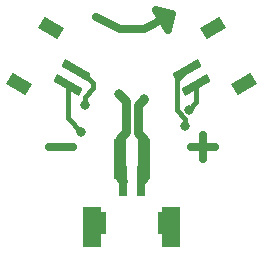
<source format=gbr>
%TF.GenerationSoftware,KiCad,Pcbnew,6.0.7-f9a2dced07~116~ubuntu20.04.1*%
%TF.CreationDate,2022-09-08T09:33:01+02:00*%
%TF.ProjectId,MateLightScrewCap,4d617465-4c69-4676-9874-536372657743,rev?*%
%TF.SameCoordinates,Original*%
%TF.FileFunction,Copper,L1,Top*%
%TF.FilePolarity,Positive*%
%FSLAX46Y46*%
G04 Gerber Fmt 4.6, Leading zero omitted, Abs format (unit mm)*
G04 Created by KiCad (PCBNEW 6.0.7-f9a2dced07~116~ubuntu20.04.1) date 2022-09-08 09:33:01*
%MOMM*%
%LPD*%
G01*
G04 APERTURE LIST*
G04 Aperture macros list*
%AMRotRect*
0 Rectangle, with rotation*
0 The origin of the aperture is its center*
0 $1 length*
0 $2 width*
0 $3 Rotation angle, in degrees counterclockwise*
0 Add horizontal line*
21,1,$1,$2,0,0,$3*%
G04 Aperture macros list end*
%TA.AperFunction,NonConductor*%
%ADD10C,0.700000*%
%TD*%
%TA.AperFunction,SMDPad,CuDef*%
%ADD11R,1.000000X3.500000*%
%TD*%
%TA.AperFunction,SMDPad,CuDef*%
%ADD12R,1.500000X3.400000*%
%TD*%
%TA.AperFunction,SMDPad,CuDef*%
%ADD13RotRect,0.700000X2.500000X60.000000*%
%TD*%
%TA.AperFunction,SMDPad,CuDef*%
%ADD14RotRect,1.100000X1.900000X60.000000*%
%TD*%
%TA.AperFunction,SMDPad,CuDef*%
%ADD15RotRect,0.700000X2.500000X300.000000*%
%TD*%
%TA.AperFunction,SMDPad,CuDef*%
%ADD16RotRect,1.100000X1.900000X300.000000*%
%TD*%
%TA.AperFunction,SMDPad,CuDef*%
%ADD17R,0.700000X2.500000*%
%TD*%
%TA.AperFunction,SMDPad,CuDef*%
%ADD18R,1.100000X1.900000*%
%TD*%
%TA.AperFunction,ViaPad*%
%ADD19C,0.800000*%
%TD*%
%TA.AperFunction,Conductor*%
%ADD20C,0.750000*%
%TD*%
%TA.AperFunction,Conductor*%
%ADD21C,0.400000*%
%TD*%
G04 APERTURE END LIST*
D10*
X3000000Y8000000D02*
X1000000Y7000000D01*
X-3000000Y8000000D02*
X-1000000Y7000000D01*
X3434113Y8246400D02*
X2068087Y8612425D01*
X2068087Y8612425D02*
X3068087Y6880375D01*
X3068087Y6880375D02*
X3434113Y8246400D01*
X-7000000Y-3000000D02*
X-5000000Y-3000000D01*
X6000000Y-4000000D02*
X6000000Y-1999999D01*
X-1000000Y7000000D02*
X1000000Y7000000D01*
X5000000Y-3000000D02*
X7000000Y-3000000D01*
D11*
%TO.P,X3,1*%
%TO.N,GND*%
X-1000000Y-4000000D03*
%TO.P,X3,2*%
%TO.N,+5V*%
X1000000Y-4000000D03*
D12*
%TO.P,X3,S1*%
%TO.N,N/C*%
X-3350000Y-9750000D03*
%TO.P,X3,S2*%
X3350000Y-9750000D03*
%TD*%
D13*
%TO.P,X1,1*%
%TO.N,/CKI*%
X-4691248Y3574519D03*
%TO.P,X1,2*%
%TO.N,/SDI*%
X-5441248Y2275481D03*
D14*
%TO.P,X1,S1*%
%TO.N,N/C*%
X-6833940Y7063269D03*
%TO.P,X1,S2*%
X-9533940Y2386731D03*
%TD*%
D15*
%TO.P,X2,1*%
%TO.N,/CKO*%
X5441248Y2275481D03*
%TO.P,X2,2*%
%TO.N,/SDO*%
X4691248Y3574519D03*
D16*
%TO.P,X2,S1*%
%TO.N,N/C*%
X9533940Y2386731D03*
%TO.P,X2,S2*%
X6833940Y7063269D03*
%TD*%
D17*
%TO.P,X4,1*%
%TO.N,GND*%
X-750000Y-5850000D03*
%TO.P,X4,2*%
%TO.N,+5V*%
X750000Y-5850000D03*
D18*
%TO.P,X4,S1*%
%TO.N,N/C*%
X-2700000Y-9450000D03*
%TO.P,X4,S2*%
X2700000Y-9450000D03*
%TD*%
D19*
%TO.N,GND*%
X-1100000Y1500000D03*
%TO.N,+5V*%
X1000000Y1100000D03*
%TO.N,/CKO*%
X4843266Y188120D03*
%TO.N,/SDO*%
X4500000Y-1200000D03*
%TO.N,/SDI*%
X-4300000Y-1700000D03*
%TO.N,/CKI*%
X-4000000Y600000D03*
%TD*%
D20*
%TO.N,GND*%
X-500000Y-1700000D02*
X-500000Y900000D01*
X-1000000Y-4000000D02*
X-1000000Y-2200000D01*
X-500000Y900000D02*
X-1100000Y1500000D01*
X-1000000Y-2200000D02*
X-500000Y-1700000D01*
X-1000000Y-5600000D02*
X-750000Y-5850000D01*
X-1000000Y-4000000D02*
X-1000000Y-5600000D01*
%TO.N,+5V*%
X1000000Y-5600000D02*
X750000Y-5850000D01*
X1000000Y-2300000D02*
X500000Y-1800000D01*
X1000000Y-4000000D02*
X1000000Y-2300000D01*
X1000000Y-4000000D02*
X1000000Y-5600000D01*
X500000Y-1800000D02*
X500000Y600000D01*
X500000Y600000D02*
X1000000Y1100000D01*
D21*
%TO.N,/CKO*%
X5441248Y786102D02*
X4843266Y188120D01*
X5441248Y2275481D02*
X5441248Y786102D01*
%TO.N,/SDO*%
X4500000Y-600000D02*
X4500000Y-1200000D01*
X4691248Y3574519D02*
X3783706Y2666977D01*
X3783706Y116294D02*
X4500000Y-600000D01*
X3783706Y2666977D02*
X3783706Y116294D01*
%TO.N,/SDI*%
X-5441248Y2275481D02*
X-5441248Y-558752D01*
X-5441248Y-558752D02*
X-4300000Y-1700000D01*
%TO.N,/CKI*%
X-4691248Y3574519D02*
X-4474519Y3574519D01*
X-3300000Y2400000D02*
X-3300000Y1967412D01*
X-3300000Y1967412D02*
X-4000000Y1267412D01*
X-4000000Y600000D02*
X-4000000Y1267412D01*
X-4474519Y3574519D02*
X-3300000Y2400000D01*
%TD*%
M02*

</source>
